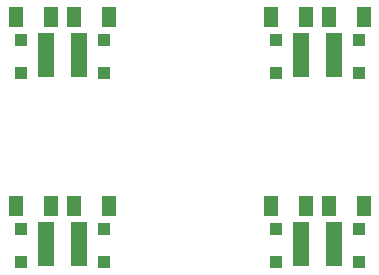
<source format=gtp>
G04 #@! TF.GenerationSoftware,KiCad,Pcbnew,(7.0.0-0)*
G04 #@! TF.CreationDate,2025-09-03T19:42:49+12:00*
G04 #@! TF.ProjectId,polar_light_panelized_X4,706f6c61-725f-46c6-9967-68745f70616e,rev?*
G04 #@! TF.SameCoordinates,Original*
G04 #@! TF.FileFunction,Paste,Top*
G04 #@! TF.FilePolarity,Positive*
%FSLAX46Y46*%
G04 Gerber Fmt 4.6, Leading zero omitted, Abs format (unit mm)*
G04 Created by KiCad (PCBNEW (7.0.0-0)) date 2025-09-03 19:42:49*
%MOMM*%
%LPD*%
G01*
G04 APERTURE LIST*
%ADD10R,1.100000X1.100000*%
%ADD11R,1.150000X1.800000*%
%ADD12R,1.400000X3.700000*%
G04 APERTURE END LIST*
D10*
X163999999Y-90549999D03*
X163999999Y-87749999D03*
D11*
X134974999Y-85799999D03*
X137924999Y-85799999D03*
X134974999Y-101799999D03*
X137924999Y-101799999D03*
D12*
X137499999Y-105049999D03*
X140299999Y-105049999D03*
D11*
X156574999Y-85799999D03*
X159524999Y-85799999D03*
D10*
X156999999Y-87749999D03*
X156999999Y-90549999D03*
D11*
X156574999Y-101799999D03*
X159524999Y-101799999D03*
D10*
X156999999Y-103749999D03*
X156999999Y-106549999D03*
D11*
X161474999Y-85799999D03*
X164424999Y-85799999D03*
D12*
X159099999Y-89049999D03*
X161899999Y-89049999D03*
X137499999Y-89049999D03*
X140299999Y-89049999D03*
D11*
X161474999Y-101799999D03*
X164424999Y-101799999D03*
D10*
X142399999Y-106549999D03*
X142399999Y-103749999D03*
X142399999Y-90549999D03*
X142399999Y-87749999D03*
D12*
X159099999Y-105049999D03*
X161899999Y-105049999D03*
D11*
X139874999Y-85799999D03*
X142824999Y-85799999D03*
D10*
X135399999Y-103749999D03*
X135399999Y-106549999D03*
D11*
X139874999Y-101799999D03*
X142824999Y-101799999D03*
D10*
X135399999Y-87749999D03*
X135399999Y-90549999D03*
X163999999Y-106549999D03*
X163999999Y-103749999D03*
M02*

</source>
